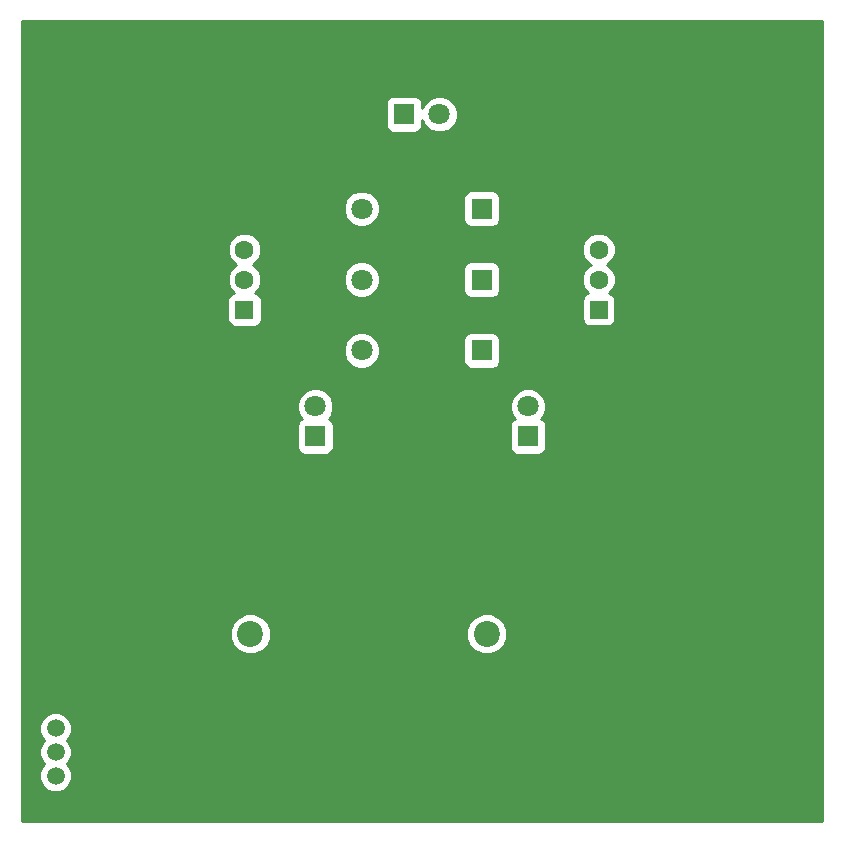
<source format=gtl>
G04 #@! TF.FileFunction,Copper,L1,Top,Signal*
%FSLAX46Y46*%
G04 Gerber Fmt 4.6, Leading zero omitted, Abs format (unit mm)*
G04 Created by KiCad (PCBNEW 4.0.2-stable) date 2016/06/28 0:10:47*
%MOMM*%
G01*
G04 APERTURE LIST*
%ADD10C,0.100000*%
%ADD11C,2.200000*%
%ADD12R,1.800000X1.800000*%
%ADD13C,1.800000*%
%ADD14R,1.600000X1.600000*%
%ADD15C,1.600000*%
%ADD16C,1.500000*%
%ADD17R,1.524000X1.524000*%
%ADD18C,0.254000*%
G04 APERTURE END LIST*
D10*
D11*
X133500000Y-121000000D03*
X153500000Y-121000000D03*
D12*
X146500000Y-77000000D03*
D13*
X149500000Y-77000000D03*
X157000000Y-101730000D03*
D12*
X157000000Y-104270000D03*
D13*
X139000000Y-101730000D03*
D12*
X139000000Y-104270000D03*
D14*
X133000000Y-93540000D03*
D15*
X133000000Y-91000000D03*
X133000000Y-88460000D03*
D13*
X142920000Y-85000000D03*
D12*
X153080000Y-85000000D03*
D13*
X142920000Y-91000000D03*
D12*
X153080000Y-91000000D03*
D13*
X142920000Y-97000000D03*
D12*
X153080000Y-97000000D03*
D16*
X117000000Y-129000000D03*
X117000000Y-131000000D03*
X117000000Y-133000000D03*
D17*
X163000000Y-93540000D03*
D15*
X163000000Y-91000000D03*
X163000000Y-88460000D03*
D18*
G36*
X181873000Y-136873000D02*
X114127000Y-136873000D01*
X114127000Y-129274285D01*
X115614760Y-129274285D01*
X115825169Y-129783515D01*
X116041313Y-130000036D01*
X115826539Y-130214436D01*
X115615241Y-130723298D01*
X115614760Y-131274285D01*
X115825169Y-131783515D01*
X116041313Y-132000036D01*
X115826539Y-132214436D01*
X115615241Y-132723298D01*
X115614760Y-133274285D01*
X115825169Y-133783515D01*
X116214436Y-134173461D01*
X116723298Y-134384759D01*
X117274285Y-134385240D01*
X117783515Y-134174831D01*
X118173461Y-133785564D01*
X118384759Y-133276702D01*
X118385240Y-132725715D01*
X118174831Y-132216485D01*
X117958687Y-131999964D01*
X118173461Y-131785564D01*
X118384759Y-131276702D01*
X118385240Y-130725715D01*
X118174831Y-130216485D01*
X117958687Y-129999964D01*
X118173461Y-129785564D01*
X118384759Y-129276702D01*
X118385240Y-128725715D01*
X118174831Y-128216485D01*
X117785564Y-127826539D01*
X117276702Y-127615241D01*
X116725715Y-127614760D01*
X116216485Y-127825169D01*
X115826539Y-128214436D01*
X115615241Y-128723298D01*
X115614760Y-129274285D01*
X114127000Y-129274285D01*
X114127000Y-121343599D01*
X131764699Y-121343599D01*
X132028281Y-121981515D01*
X132515918Y-122470004D01*
X133153373Y-122734699D01*
X133843599Y-122735301D01*
X134481515Y-122471719D01*
X134970004Y-121984082D01*
X135234699Y-121346627D01*
X135234701Y-121343599D01*
X151764699Y-121343599D01*
X152028281Y-121981515D01*
X152515918Y-122470004D01*
X153153373Y-122734699D01*
X153843599Y-122735301D01*
X154481515Y-122471719D01*
X154970004Y-121984082D01*
X155234699Y-121346627D01*
X155235301Y-120656401D01*
X154971719Y-120018485D01*
X154484082Y-119529996D01*
X153846627Y-119265301D01*
X153156401Y-119264699D01*
X152518485Y-119528281D01*
X152029996Y-120015918D01*
X151765301Y-120653373D01*
X151764699Y-121343599D01*
X135234701Y-121343599D01*
X135235301Y-120656401D01*
X134971719Y-120018485D01*
X134484082Y-119529996D01*
X133846627Y-119265301D01*
X133156401Y-119264699D01*
X132518485Y-119528281D01*
X132029996Y-120015918D01*
X131765301Y-120653373D01*
X131764699Y-121343599D01*
X114127000Y-121343599D01*
X114127000Y-103370000D01*
X137452560Y-103370000D01*
X137452560Y-105170000D01*
X137496838Y-105405317D01*
X137635910Y-105621441D01*
X137848110Y-105766431D01*
X138100000Y-105817440D01*
X139900000Y-105817440D01*
X140135317Y-105773162D01*
X140351441Y-105634090D01*
X140496431Y-105421890D01*
X140547440Y-105170000D01*
X140547440Y-103370000D01*
X155452560Y-103370000D01*
X155452560Y-105170000D01*
X155496838Y-105405317D01*
X155635910Y-105621441D01*
X155848110Y-105766431D01*
X156100000Y-105817440D01*
X157900000Y-105817440D01*
X158135317Y-105773162D01*
X158351441Y-105634090D01*
X158496431Y-105421890D01*
X158547440Y-105170000D01*
X158547440Y-103370000D01*
X158503162Y-103134683D01*
X158364090Y-102918559D01*
X158151890Y-102773569D01*
X158131466Y-102769433D01*
X158300551Y-102600643D01*
X158534733Y-102036670D01*
X158535265Y-101426009D01*
X158302068Y-100861629D01*
X157870643Y-100429449D01*
X157306670Y-100195267D01*
X156696009Y-100194735D01*
X156131629Y-100427932D01*
X155699449Y-100859357D01*
X155465267Y-101423330D01*
X155464735Y-102033991D01*
X155697932Y-102598371D01*
X155865880Y-102766613D01*
X155864683Y-102766838D01*
X155648559Y-102905910D01*
X155503569Y-103118110D01*
X155452560Y-103370000D01*
X140547440Y-103370000D01*
X140503162Y-103134683D01*
X140364090Y-102918559D01*
X140151890Y-102773569D01*
X140131466Y-102769433D01*
X140300551Y-102600643D01*
X140534733Y-102036670D01*
X140535265Y-101426009D01*
X140302068Y-100861629D01*
X139870643Y-100429449D01*
X139306670Y-100195267D01*
X138696009Y-100194735D01*
X138131629Y-100427932D01*
X137699449Y-100859357D01*
X137465267Y-101423330D01*
X137464735Y-102033991D01*
X137697932Y-102598371D01*
X137865880Y-102766613D01*
X137864683Y-102766838D01*
X137648559Y-102905910D01*
X137503569Y-103118110D01*
X137452560Y-103370000D01*
X114127000Y-103370000D01*
X114127000Y-97303991D01*
X141384735Y-97303991D01*
X141617932Y-97868371D01*
X142049357Y-98300551D01*
X142613330Y-98534733D01*
X143223991Y-98535265D01*
X143788371Y-98302068D01*
X144220551Y-97870643D01*
X144454733Y-97306670D01*
X144455265Y-96696009D01*
X144222068Y-96131629D01*
X144190495Y-96100000D01*
X151532560Y-96100000D01*
X151532560Y-97900000D01*
X151576838Y-98135317D01*
X151715910Y-98351441D01*
X151928110Y-98496431D01*
X152180000Y-98547440D01*
X153980000Y-98547440D01*
X154215317Y-98503162D01*
X154431441Y-98364090D01*
X154576431Y-98151890D01*
X154627440Y-97900000D01*
X154627440Y-96100000D01*
X154583162Y-95864683D01*
X154444090Y-95648559D01*
X154231890Y-95503569D01*
X153980000Y-95452560D01*
X152180000Y-95452560D01*
X151944683Y-95496838D01*
X151728559Y-95635910D01*
X151583569Y-95848110D01*
X151532560Y-96100000D01*
X144190495Y-96100000D01*
X143790643Y-95699449D01*
X143226670Y-95465267D01*
X142616009Y-95464735D01*
X142051629Y-95697932D01*
X141619449Y-96129357D01*
X141385267Y-96693330D01*
X141384735Y-97303991D01*
X114127000Y-97303991D01*
X114127000Y-92740000D01*
X131552560Y-92740000D01*
X131552560Y-94340000D01*
X131596838Y-94575317D01*
X131735910Y-94791441D01*
X131948110Y-94936431D01*
X132200000Y-94987440D01*
X133800000Y-94987440D01*
X134035317Y-94943162D01*
X134251441Y-94804090D01*
X134396431Y-94591890D01*
X134447440Y-94340000D01*
X134447440Y-92740000D01*
X134403162Y-92504683D01*
X134264090Y-92288559D01*
X134051890Y-92143569D01*
X133913646Y-92115574D01*
X134215824Y-91813923D01*
X134427566Y-91303991D01*
X141384735Y-91303991D01*
X141617932Y-91868371D01*
X142049357Y-92300551D01*
X142613330Y-92534733D01*
X143223991Y-92535265D01*
X143788371Y-92302068D01*
X144220551Y-91870643D01*
X144454733Y-91306670D01*
X144455265Y-90696009D01*
X144222068Y-90131629D01*
X144190495Y-90100000D01*
X151532560Y-90100000D01*
X151532560Y-91900000D01*
X151576838Y-92135317D01*
X151715910Y-92351441D01*
X151928110Y-92496431D01*
X152180000Y-92547440D01*
X153980000Y-92547440D01*
X154215317Y-92503162D01*
X154431441Y-92364090D01*
X154576431Y-92151890D01*
X154627440Y-91900000D01*
X154627440Y-90100000D01*
X154583162Y-89864683D01*
X154444090Y-89648559D01*
X154231890Y-89503569D01*
X153980000Y-89452560D01*
X152180000Y-89452560D01*
X151944683Y-89496838D01*
X151728559Y-89635910D01*
X151583569Y-89848110D01*
X151532560Y-90100000D01*
X144190495Y-90100000D01*
X143790643Y-89699449D01*
X143226670Y-89465267D01*
X142616009Y-89464735D01*
X142051629Y-89697932D01*
X141619449Y-90129357D01*
X141385267Y-90693330D01*
X141384735Y-91303991D01*
X134427566Y-91303991D01*
X134434750Y-91286691D01*
X134435248Y-90715813D01*
X134217243Y-90188200D01*
X133813923Y-89784176D01*
X133683785Y-89730138D01*
X133811800Y-89677243D01*
X134215824Y-89273923D01*
X134434750Y-88746691D01*
X134434752Y-88744187D01*
X161564752Y-88744187D01*
X161782757Y-89271800D01*
X162186077Y-89675824D01*
X162316215Y-89729862D01*
X162188200Y-89782757D01*
X161784176Y-90186077D01*
X161565250Y-90713309D01*
X161564752Y-91284187D01*
X161782757Y-91811800D01*
X162122632Y-92152268D01*
X162002683Y-92174838D01*
X161786559Y-92313910D01*
X161641569Y-92526110D01*
X161590560Y-92778000D01*
X161590560Y-94302000D01*
X161634838Y-94537317D01*
X161773910Y-94753441D01*
X161986110Y-94898431D01*
X162238000Y-94949440D01*
X163762000Y-94949440D01*
X163997317Y-94905162D01*
X164213441Y-94766090D01*
X164358431Y-94553890D01*
X164409440Y-94302000D01*
X164409440Y-92778000D01*
X164365162Y-92542683D01*
X164226090Y-92326559D01*
X164013890Y-92181569D01*
X163875591Y-92153563D01*
X164215824Y-91813923D01*
X164434750Y-91286691D01*
X164435248Y-90715813D01*
X164217243Y-90188200D01*
X163813923Y-89784176D01*
X163683785Y-89730138D01*
X163811800Y-89677243D01*
X164215824Y-89273923D01*
X164434750Y-88746691D01*
X164435248Y-88175813D01*
X164217243Y-87648200D01*
X163813923Y-87244176D01*
X163286691Y-87025250D01*
X162715813Y-87024752D01*
X162188200Y-87242757D01*
X161784176Y-87646077D01*
X161565250Y-88173309D01*
X161564752Y-88744187D01*
X134434752Y-88744187D01*
X134435248Y-88175813D01*
X134217243Y-87648200D01*
X133813923Y-87244176D01*
X133286691Y-87025250D01*
X132715813Y-87024752D01*
X132188200Y-87242757D01*
X131784176Y-87646077D01*
X131565250Y-88173309D01*
X131564752Y-88744187D01*
X131782757Y-89271800D01*
X132186077Y-89675824D01*
X132316215Y-89729862D01*
X132188200Y-89782757D01*
X131784176Y-90186077D01*
X131565250Y-90713309D01*
X131564752Y-91284187D01*
X131782757Y-91811800D01*
X132084688Y-92114258D01*
X131964683Y-92136838D01*
X131748559Y-92275910D01*
X131603569Y-92488110D01*
X131552560Y-92740000D01*
X114127000Y-92740000D01*
X114127000Y-85303991D01*
X141384735Y-85303991D01*
X141617932Y-85868371D01*
X142049357Y-86300551D01*
X142613330Y-86534733D01*
X143223991Y-86535265D01*
X143788371Y-86302068D01*
X144220551Y-85870643D01*
X144454733Y-85306670D01*
X144455265Y-84696009D01*
X144222068Y-84131629D01*
X144190495Y-84100000D01*
X151532560Y-84100000D01*
X151532560Y-85900000D01*
X151576838Y-86135317D01*
X151715910Y-86351441D01*
X151928110Y-86496431D01*
X152180000Y-86547440D01*
X153980000Y-86547440D01*
X154215317Y-86503162D01*
X154431441Y-86364090D01*
X154576431Y-86151890D01*
X154627440Y-85900000D01*
X154627440Y-84100000D01*
X154583162Y-83864683D01*
X154444090Y-83648559D01*
X154231890Y-83503569D01*
X153980000Y-83452560D01*
X152180000Y-83452560D01*
X151944683Y-83496838D01*
X151728559Y-83635910D01*
X151583569Y-83848110D01*
X151532560Y-84100000D01*
X144190495Y-84100000D01*
X143790643Y-83699449D01*
X143226670Y-83465267D01*
X142616009Y-83464735D01*
X142051629Y-83697932D01*
X141619449Y-84129357D01*
X141385267Y-84693330D01*
X141384735Y-85303991D01*
X114127000Y-85303991D01*
X114127000Y-76100000D01*
X144952560Y-76100000D01*
X144952560Y-77900000D01*
X144996838Y-78135317D01*
X145135910Y-78351441D01*
X145348110Y-78496431D01*
X145600000Y-78547440D01*
X147400000Y-78547440D01*
X147635317Y-78503162D01*
X147851441Y-78364090D01*
X147996431Y-78151890D01*
X148047440Y-77900000D01*
X148047440Y-77504152D01*
X148197932Y-77868371D01*
X148629357Y-78300551D01*
X149193330Y-78534733D01*
X149803991Y-78535265D01*
X150368371Y-78302068D01*
X150800551Y-77870643D01*
X151034733Y-77306670D01*
X151035265Y-76696009D01*
X150802068Y-76131629D01*
X150370643Y-75699449D01*
X149806670Y-75465267D01*
X149196009Y-75464735D01*
X148631629Y-75697932D01*
X148199449Y-76129357D01*
X148047440Y-76495435D01*
X148047440Y-76100000D01*
X148003162Y-75864683D01*
X147864090Y-75648559D01*
X147651890Y-75503569D01*
X147400000Y-75452560D01*
X145600000Y-75452560D01*
X145364683Y-75496838D01*
X145148559Y-75635910D01*
X145003569Y-75848110D01*
X144952560Y-76100000D01*
X114127000Y-76100000D01*
X114127000Y-69127000D01*
X181873000Y-69127000D01*
X181873000Y-136873000D01*
X181873000Y-136873000D01*
G37*
X181873000Y-136873000D02*
X114127000Y-136873000D01*
X114127000Y-129274285D01*
X115614760Y-129274285D01*
X115825169Y-129783515D01*
X116041313Y-130000036D01*
X115826539Y-130214436D01*
X115615241Y-130723298D01*
X115614760Y-131274285D01*
X115825169Y-131783515D01*
X116041313Y-132000036D01*
X115826539Y-132214436D01*
X115615241Y-132723298D01*
X115614760Y-133274285D01*
X115825169Y-133783515D01*
X116214436Y-134173461D01*
X116723298Y-134384759D01*
X117274285Y-134385240D01*
X117783515Y-134174831D01*
X118173461Y-133785564D01*
X118384759Y-133276702D01*
X118385240Y-132725715D01*
X118174831Y-132216485D01*
X117958687Y-131999964D01*
X118173461Y-131785564D01*
X118384759Y-131276702D01*
X118385240Y-130725715D01*
X118174831Y-130216485D01*
X117958687Y-129999964D01*
X118173461Y-129785564D01*
X118384759Y-129276702D01*
X118385240Y-128725715D01*
X118174831Y-128216485D01*
X117785564Y-127826539D01*
X117276702Y-127615241D01*
X116725715Y-127614760D01*
X116216485Y-127825169D01*
X115826539Y-128214436D01*
X115615241Y-128723298D01*
X115614760Y-129274285D01*
X114127000Y-129274285D01*
X114127000Y-121343599D01*
X131764699Y-121343599D01*
X132028281Y-121981515D01*
X132515918Y-122470004D01*
X133153373Y-122734699D01*
X133843599Y-122735301D01*
X134481515Y-122471719D01*
X134970004Y-121984082D01*
X135234699Y-121346627D01*
X135234701Y-121343599D01*
X151764699Y-121343599D01*
X152028281Y-121981515D01*
X152515918Y-122470004D01*
X153153373Y-122734699D01*
X153843599Y-122735301D01*
X154481515Y-122471719D01*
X154970004Y-121984082D01*
X155234699Y-121346627D01*
X155235301Y-120656401D01*
X154971719Y-120018485D01*
X154484082Y-119529996D01*
X153846627Y-119265301D01*
X153156401Y-119264699D01*
X152518485Y-119528281D01*
X152029996Y-120015918D01*
X151765301Y-120653373D01*
X151764699Y-121343599D01*
X135234701Y-121343599D01*
X135235301Y-120656401D01*
X134971719Y-120018485D01*
X134484082Y-119529996D01*
X133846627Y-119265301D01*
X133156401Y-119264699D01*
X132518485Y-119528281D01*
X132029996Y-120015918D01*
X131765301Y-120653373D01*
X131764699Y-121343599D01*
X114127000Y-121343599D01*
X114127000Y-103370000D01*
X137452560Y-103370000D01*
X137452560Y-105170000D01*
X137496838Y-105405317D01*
X137635910Y-105621441D01*
X137848110Y-105766431D01*
X138100000Y-105817440D01*
X139900000Y-105817440D01*
X140135317Y-105773162D01*
X140351441Y-105634090D01*
X140496431Y-105421890D01*
X140547440Y-105170000D01*
X140547440Y-103370000D01*
X155452560Y-103370000D01*
X155452560Y-105170000D01*
X155496838Y-105405317D01*
X155635910Y-105621441D01*
X155848110Y-105766431D01*
X156100000Y-105817440D01*
X157900000Y-105817440D01*
X158135317Y-105773162D01*
X158351441Y-105634090D01*
X158496431Y-105421890D01*
X158547440Y-105170000D01*
X158547440Y-103370000D01*
X158503162Y-103134683D01*
X158364090Y-102918559D01*
X158151890Y-102773569D01*
X158131466Y-102769433D01*
X158300551Y-102600643D01*
X158534733Y-102036670D01*
X158535265Y-101426009D01*
X158302068Y-100861629D01*
X157870643Y-100429449D01*
X157306670Y-100195267D01*
X156696009Y-100194735D01*
X156131629Y-100427932D01*
X155699449Y-100859357D01*
X155465267Y-101423330D01*
X155464735Y-102033991D01*
X155697932Y-102598371D01*
X155865880Y-102766613D01*
X155864683Y-102766838D01*
X155648559Y-102905910D01*
X155503569Y-103118110D01*
X155452560Y-103370000D01*
X140547440Y-103370000D01*
X140503162Y-103134683D01*
X140364090Y-102918559D01*
X140151890Y-102773569D01*
X140131466Y-102769433D01*
X140300551Y-102600643D01*
X140534733Y-102036670D01*
X140535265Y-101426009D01*
X140302068Y-100861629D01*
X139870643Y-100429449D01*
X139306670Y-100195267D01*
X138696009Y-100194735D01*
X138131629Y-100427932D01*
X137699449Y-100859357D01*
X137465267Y-101423330D01*
X137464735Y-102033991D01*
X137697932Y-102598371D01*
X137865880Y-102766613D01*
X137864683Y-102766838D01*
X137648559Y-102905910D01*
X137503569Y-103118110D01*
X137452560Y-103370000D01*
X114127000Y-103370000D01*
X114127000Y-97303991D01*
X141384735Y-97303991D01*
X141617932Y-97868371D01*
X142049357Y-98300551D01*
X142613330Y-98534733D01*
X143223991Y-98535265D01*
X143788371Y-98302068D01*
X144220551Y-97870643D01*
X144454733Y-97306670D01*
X144455265Y-96696009D01*
X144222068Y-96131629D01*
X144190495Y-96100000D01*
X151532560Y-96100000D01*
X151532560Y-97900000D01*
X151576838Y-98135317D01*
X151715910Y-98351441D01*
X151928110Y-98496431D01*
X152180000Y-98547440D01*
X153980000Y-98547440D01*
X154215317Y-98503162D01*
X154431441Y-98364090D01*
X154576431Y-98151890D01*
X154627440Y-97900000D01*
X154627440Y-96100000D01*
X154583162Y-95864683D01*
X154444090Y-95648559D01*
X154231890Y-95503569D01*
X153980000Y-95452560D01*
X152180000Y-95452560D01*
X151944683Y-95496838D01*
X151728559Y-95635910D01*
X151583569Y-95848110D01*
X151532560Y-96100000D01*
X144190495Y-96100000D01*
X143790643Y-95699449D01*
X143226670Y-95465267D01*
X142616009Y-95464735D01*
X142051629Y-95697932D01*
X141619449Y-96129357D01*
X141385267Y-96693330D01*
X141384735Y-97303991D01*
X114127000Y-97303991D01*
X114127000Y-92740000D01*
X131552560Y-92740000D01*
X131552560Y-94340000D01*
X131596838Y-94575317D01*
X131735910Y-94791441D01*
X131948110Y-94936431D01*
X132200000Y-94987440D01*
X133800000Y-94987440D01*
X134035317Y-94943162D01*
X134251441Y-94804090D01*
X134396431Y-94591890D01*
X134447440Y-94340000D01*
X134447440Y-92740000D01*
X134403162Y-92504683D01*
X134264090Y-92288559D01*
X134051890Y-92143569D01*
X133913646Y-92115574D01*
X134215824Y-91813923D01*
X134427566Y-91303991D01*
X141384735Y-91303991D01*
X141617932Y-91868371D01*
X142049357Y-92300551D01*
X142613330Y-92534733D01*
X143223991Y-92535265D01*
X143788371Y-92302068D01*
X144220551Y-91870643D01*
X144454733Y-91306670D01*
X144455265Y-90696009D01*
X144222068Y-90131629D01*
X144190495Y-90100000D01*
X151532560Y-90100000D01*
X151532560Y-91900000D01*
X151576838Y-92135317D01*
X151715910Y-92351441D01*
X151928110Y-92496431D01*
X152180000Y-92547440D01*
X153980000Y-92547440D01*
X154215317Y-92503162D01*
X154431441Y-92364090D01*
X154576431Y-92151890D01*
X154627440Y-91900000D01*
X154627440Y-90100000D01*
X154583162Y-89864683D01*
X154444090Y-89648559D01*
X154231890Y-89503569D01*
X153980000Y-89452560D01*
X152180000Y-89452560D01*
X151944683Y-89496838D01*
X151728559Y-89635910D01*
X151583569Y-89848110D01*
X151532560Y-90100000D01*
X144190495Y-90100000D01*
X143790643Y-89699449D01*
X143226670Y-89465267D01*
X142616009Y-89464735D01*
X142051629Y-89697932D01*
X141619449Y-90129357D01*
X141385267Y-90693330D01*
X141384735Y-91303991D01*
X134427566Y-91303991D01*
X134434750Y-91286691D01*
X134435248Y-90715813D01*
X134217243Y-90188200D01*
X133813923Y-89784176D01*
X133683785Y-89730138D01*
X133811800Y-89677243D01*
X134215824Y-89273923D01*
X134434750Y-88746691D01*
X134434752Y-88744187D01*
X161564752Y-88744187D01*
X161782757Y-89271800D01*
X162186077Y-89675824D01*
X162316215Y-89729862D01*
X162188200Y-89782757D01*
X161784176Y-90186077D01*
X161565250Y-90713309D01*
X161564752Y-91284187D01*
X161782757Y-91811800D01*
X162122632Y-92152268D01*
X162002683Y-92174838D01*
X161786559Y-92313910D01*
X161641569Y-92526110D01*
X161590560Y-92778000D01*
X161590560Y-94302000D01*
X161634838Y-94537317D01*
X161773910Y-94753441D01*
X161986110Y-94898431D01*
X162238000Y-94949440D01*
X163762000Y-94949440D01*
X163997317Y-94905162D01*
X164213441Y-94766090D01*
X164358431Y-94553890D01*
X164409440Y-94302000D01*
X164409440Y-92778000D01*
X164365162Y-92542683D01*
X164226090Y-92326559D01*
X164013890Y-92181569D01*
X163875591Y-92153563D01*
X164215824Y-91813923D01*
X164434750Y-91286691D01*
X164435248Y-90715813D01*
X164217243Y-90188200D01*
X163813923Y-89784176D01*
X163683785Y-89730138D01*
X163811800Y-89677243D01*
X164215824Y-89273923D01*
X164434750Y-88746691D01*
X164435248Y-88175813D01*
X164217243Y-87648200D01*
X163813923Y-87244176D01*
X163286691Y-87025250D01*
X162715813Y-87024752D01*
X162188200Y-87242757D01*
X161784176Y-87646077D01*
X161565250Y-88173309D01*
X161564752Y-88744187D01*
X134434752Y-88744187D01*
X134435248Y-88175813D01*
X134217243Y-87648200D01*
X133813923Y-87244176D01*
X133286691Y-87025250D01*
X132715813Y-87024752D01*
X132188200Y-87242757D01*
X131784176Y-87646077D01*
X131565250Y-88173309D01*
X131564752Y-88744187D01*
X131782757Y-89271800D01*
X132186077Y-89675824D01*
X132316215Y-89729862D01*
X132188200Y-89782757D01*
X131784176Y-90186077D01*
X131565250Y-90713309D01*
X131564752Y-91284187D01*
X131782757Y-91811800D01*
X132084688Y-92114258D01*
X131964683Y-92136838D01*
X131748559Y-92275910D01*
X131603569Y-92488110D01*
X131552560Y-92740000D01*
X114127000Y-92740000D01*
X114127000Y-85303991D01*
X141384735Y-85303991D01*
X141617932Y-85868371D01*
X142049357Y-86300551D01*
X142613330Y-86534733D01*
X143223991Y-86535265D01*
X143788371Y-86302068D01*
X144220551Y-85870643D01*
X144454733Y-85306670D01*
X144455265Y-84696009D01*
X144222068Y-84131629D01*
X144190495Y-84100000D01*
X151532560Y-84100000D01*
X151532560Y-85900000D01*
X151576838Y-86135317D01*
X151715910Y-86351441D01*
X151928110Y-86496431D01*
X152180000Y-86547440D01*
X153980000Y-86547440D01*
X154215317Y-86503162D01*
X154431441Y-86364090D01*
X154576431Y-86151890D01*
X154627440Y-85900000D01*
X154627440Y-84100000D01*
X154583162Y-83864683D01*
X154444090Y-83648559D01*
X154231890Y-83503569D01*
X153980000Y-83452560D01*
X152180000Y-83452560D01*
X151944683Y-83496838D01*
X151728559Y-83635910D01*
X151583569Y-83848110D01*
X151532560Y-84100000D01*
X144190495Y-84100000D01*
X143790643Y-83699449D01*
X143226670Y-83465267D01*
X142616009Y-83464735D01*
X142051629Y-83697932D01*
X141619449Y-84129357D01*
X141385267Y-84693330D01*
X141384735Y-85303991D01*
X114127000Y-85303991D01*
X114127000Y-76100000D01*
X144952560Y-76100000D01*
X144952560Y-77900000D01*
X144996838Y-78135317D01*
X145135910Y-78351441D01*
X145348110Y-78496431D01*
X145600000Y-78547440D01*
X147400000Y-78547440D01*
X147635317Y-78503162D01*
X147851441Y-78364090D01*
X147996431Y-78151890D01*
X148047440Y-77900000D01*
X148047440Y-77504152D01*
X148197932Y-77868371D01*
X148629357Y-78300551D01*
X149193330Y-78534733D01*
X149803991Y-78535265D01*
X150368371Y-78302068D01*
X150800551Y-77870643D01*
X151034733Y-77306670D01*
X151035265Y-76696009D01*
X150802068Y-76131629D01*
X150370643Y-75699449D01*
X149806670Y-75465267D01*
X149196009Y-75464735D01*
X148631629Y-75697932D01*
X148199449Y-76129357D01*
X148047440Y-76495435D01*
X148047440Y-76100000D01*
X148003162Y-75864683D01*
X147864090Y-75648559D01*
X147651890Y-75503569D01*
X147400000Y-75452560D01*
X145600000Y-75452560D01*
X145364683Y-75496838D01*
X145148559Y-75635910D01*
X145003569Y-75848110D01*
X144952560Y-76100000D01*
X114127000Y-76100000D01*
X114127000Y-69127000D01*
X181873000Y-69127000D01*
X181873000Y-136873000D01*
M02*

</source>
